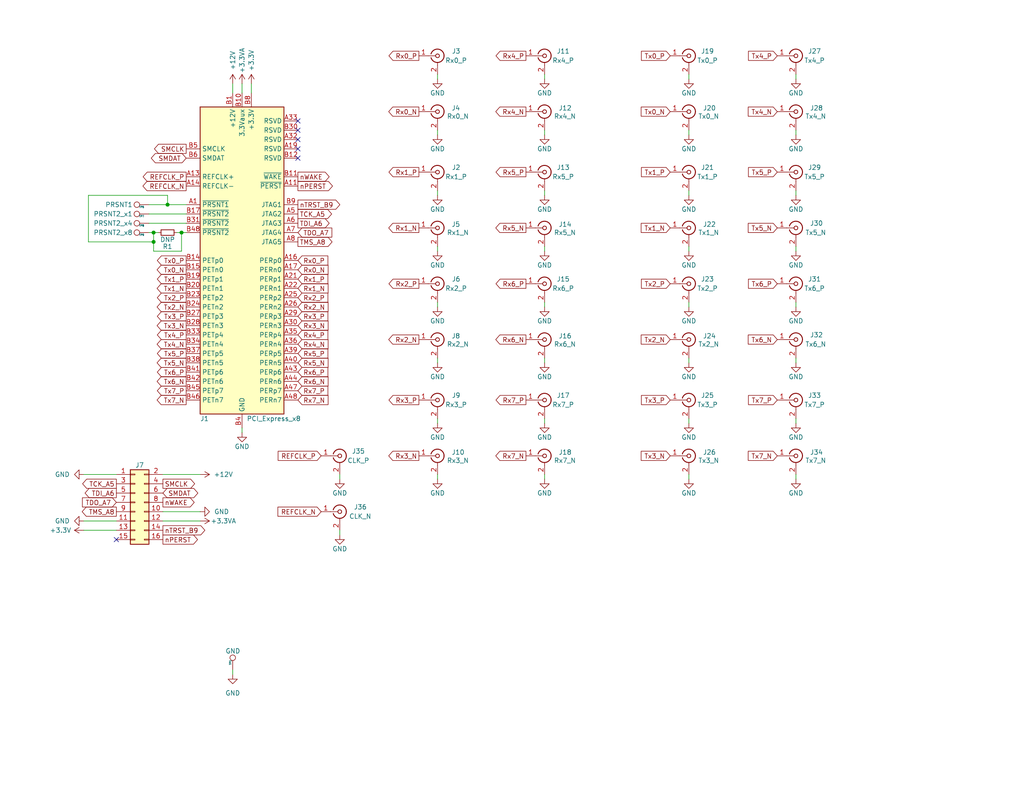
<source format=kicad_sch>
(kicad_sch (version 20230121) (generator eeschema)
  (paper "USLetter")
  (title_block (title "PCI-Express x8 Breakout") (rev "A") (company "mwrnd") (comment 1 "github.com/mwrnd/PCIe_x8_Breakout") (comment 2 "OpenCAPI FPGA Add-In Card Compatible"))
  (lib_symbols
    (symbol "Connector:Bus_PCI_Express_x8"
      (property "Reference" "J1" (at -11.43 -43.18 0))
      (property "Value" "PCI_Express_x8" (at 1.27 -43.18 0))
      (symbol "Bus_PCI_Express_x8_0_1"
        (rectangle (start -11.43 41.91) (end 11.43 -41.91) (stroke (width 0.254)) (fill (type background)))
      )
      (symbol "Bus_PCI_Express_x8_1_1"
        (pin passive line (at -15.24 15.24 0) (length 3.81) (name "~{PRSNT1}") (number "A1"))
        (pin passive line (at 2.54 45.72 270) (length 3.81) hide (name "+3.3V") (number "A10"))
        (pin input line (at 15.24 20.32 180) (length 3.81) (name "~{PERST}") (number "A11"))
        (pin passive line (at 0 -45.72 90) (length 3.81) hide (name "GND") (number "A12"))
        (pin input line (at -15.24 22.86 0) (length 3.81) (name "REFCLK+") (number "A13"))
        (pin input line (at -15.24 20.32 0) (length 3.81) (name "REFCLK-") (number "A14"))
        (pin passive line (at 0 -45.72 90) (length 3.81) hide (name "GND") (number "A15"))
        (pin output line (at 15.24 0 180) (length 3.81) (name "PERp0") (number "A16"))
        (pin output line (at 15.24 -2.54 180) (length 3.81) (name "PERn0") (number "A17"))
        (pin passive line (at 0 -45.72 90) (length 3.81) hide (name "GND") (number "A18"))
        (pin passive line (at 15.24 30.48 180) (length 3.81) (name "RSVD") (number "A19"))
        (pin passive line (at -2.54 45.72 270) (length 3.81) hide (name "+12V") (number "A2"))
        (pin passive line (at 0 -45.72 90) (length 3.81) hide (name "GND") (number "A20"))
        (pin output line (at 15.24 -5.08 180) (length 3.81) (name "PERp1") (number "A21"))
        (pin output line (at 15.24 -7.62 180) (length 3.81) (name "PERn1") (number "A22"))
        (pin passive line (at 0 -45.72 90) (length 3.81) hide (name "GND") (number "A23"))
        (pin passive line (at 0 -45.72 90) (length 3.81) hide (name "GND") (number "A24"))
        (pin output line (at 15.24 -10.16 180) (length 3.81) (name "PERp2") (number "A25"))
        (pin output line (at 15.24 -12.7 180) (length 3.81) (name "PERn2") (number "A26"))
        (pin passive line (at 0 -45.72 90) (length 3.81) hide (name "GND") (number "A27"))
        (pin passive line (at 0 -45.72 90) (length 3.81) hide (name "GND") (number "A28"))
        (pin output line (at 15.24 -15.24 180) (length 3.81) (name "PERp3") (number "A29"))
        (pin passive line (at -2.54 45.72 270) (length 3.81) hide (name "+12V") (number "A3"))
        (pin output line (at 15.24 -17.78 180) (length 3.81) (name "PERn3") (number "A30"))
        (pin passive line (at 0 -45.72 90) (length 3.81) hide (name "GND") (number "A31"))
        (pin passive line (at 15.24 33.02 180) (length 3.81) (name "RSVD") (number "A32"))
        (pin passive line (at 15.24 38.1 180) (length 3.81) (name "RSVD") (number "A33"))
        (pin passive line (at 0 -45.72 90) (length 3.81) hide (name "GND") (number "A34"))
        (pin output line (at 15.24 -20.32 180) (length 3.81) (name "PERp4") (number "A35"))
        (pin output line (at 15.24 -22.86 180) (length 3.81) (name "PERn4") (number "A36"))
        (pin passive line (at 0 -45.72 90) (length 3.81) hide (name "GND") (number "A37"))
        (pin passive line (at 0 -45.72 90) (length 3.81) hide (name "GND") (number "A38"))
        (pin output line (at 15.24 -25.4 180) (length 3.81) (name "PERp5") (number "A39"))
        (pin passive line (at 0 -45.72 90) (length 3.81) hide (name "GND") (number "A4"))
        (pin output line (at 15.24 -27.94 180) (length 3.81) (name "PERn5") (number "A40"))
        (pin passive line (at 0 -45.72 90) (length 3.81) hide (name "GND") (number "A41"))
        (pin passive line (at 0 -45.72 90) (length 3.81) hide (name "GND") (number "A42"))
        (pin output line (at 15.24 -30.48 180) (length 3.81) (name "PERp6") (number "A43"))
        (pin output line (at 15.24 -33.02 180) (length 3.81) (name "PERn6") (number "A44"))
        (pin passive line (at 0 -45.72 90) (length 3.81) hide (name "GND") (number "A45"))
        (pin passive line (at 0 -45.72 90) (length 3.81) hide (name "GND") (number "A46"))
        (pin output line (at 15.24 -35.56 180) (length 3.81) (name "PERp7") (number "A47"))
        (pin output line (at 15.24 -38.1 180) (length 3.81) (name "PERn7") (number "A48"))
        (pin passive line (at 0 -45.72 90) (length 3.81) hide (name "GND") (number "A49"))
        (pin input line (at 15.24 12.7 180) (length 3.81) (name "JTAG2") (number "A5"))
        (pin input line (at 15.24 10.16 180) (length 3.81) (name "JTAG3") (number "A6"))
        (pin output line (at 15.24 7.62 180) (length 3.81) (name "JTAG4") (number "A7"))
        (pin input line (at 15.24 5.08 180) (length 3.81) (name "JTAG5") (number "A8"))
        (pin passive line (at 2.54 45.72 270) (length 3.81) hide (name "+3.3V") (number "A9"))
        (pin power_in line (at -2.54 45.72 270) (length 3.81) (name "+12V") (number "B1"))
        (pin power_in line (at 0 45.72 270) (length 3.81) (name "3.3Vaux") (number "B10"))
        (pin open_collector line (at 15.24 22.86 180) (length 3.81) (name "~{WAKE}") (number "B11"))
        (pin passive line (at 15.24 27.94 180) (length 3.81) (name "RSVD") (number "B12"))
        (pin passive line (at 0 -45.72 90) (length 3.81) hide (name "GND") (number "B13"))
        (pin input line (at -15.24 0 0) (length 3.81) (name "PETp0") (number "B14"))
        (pin input line (at -15.24 -2.54 0) (length 3.81) (name "PETn0") (number "B15"))
        (pin passive line (at 0 -45.72 90) (length 3.81) hide (name "GND") (number "B16"))
        (pin passive line (at -15.24 12.7 0) (length 3.81) (name "~{PRSNT2}") (number "B17"))
        (pin passive line (at 0 -45.72 90) (length 3.81) hide (name "GND") (number "B18"))
        (pin input line (at -15.24 -5.08 0) (length 3.81) (name "PETp1") (number "B19"))
        (pin passive line (at -2.54 45.72 270) (length 3.81) hide (name "+12V") (number "B2"))
        (pin input line (at -15.24 -7.62 0) (length 3.81) (name "PETn1") (number "B20"))
        (pin passive line (at 0 -45.72 90) (length 3.81) hide (name "GND") (number "B21"))
        (pin passive line (at 0 -45.72 90) (length 3.81) hide (name "GND") (number "B22"))
        (pin input line (at -15.24 -10.16 0) (length 3.81) (name "PETp2") (number "B23"))
        (pin input line (at -15.24 -12.7 0) (length 3.81) (name "PETn2") (number "B24"))
        (pin passive line (at 0 -45.72 90) (length 3.81) hide (name "GND") (number "B25"))
        (pin passive line (at 0 -45.72 90) (length 3.81) hide (name "GND") (number "B26"))
        (pin input line (at -15.24 -15.24 0) (length 3.81) (name "PETp3") (number "B27"))
        (pin input line (at -15.24 -17.78 0) (length 3.81) (name "PETn3") (number "B28"))
        (pin passive line (at 0 -45.72 90) (length 3.81) hide (name "GND") (number "B29"))
        (pin passive line (at -2.54 45.72 270) (length 3.81) hide (name "+12V") (number "B3"))
        (pin passive line (at 15.24 35.56 180) (length 3.81) (name "RSVD") (number "B30"))
        (pin passive line (at -15.24 10.16 0) (length 3.81) (name "~{PRSNT2}") (number "B31"))
        (pin passive line (at 0 -45.72 90) (length 3.81) hide (name "GND") (number "B32"))
        (pin input line (at -15.24 -20.32 0) (length 3.81) (name "PETp4") (number "B33"))
        (pin input line (at -15.24 -22.86 0) (length 3.81) (name "PETn4") (number "B34"))
        (pin passive line (at 0 -45.72 90) (length 3.81) hide (name "GND") (number "B35"))
        (pin passive line (at 0 -45.72 90) (length 3.81) hide (name "GND") (number "B36"))
        (pin input line (at -15.24 -25.4 0) (length 3.81) (name "PETp5") (number "B37"))
        (pin input line (at -15.24 -27.94 0) (length 3.81) (name "PETn5") (number "B38"))
        (pin passive line (at 0 -45.72 90) (length 3.81) hide (name "GND") (number "B39"))
        (pin power_out line (at 0 -45.72 90) (length 3.81) (name "GND") (number "B4"))
        (pin passive line (at 0 -45.72 90) (length 3.81) hide (name "GND") (number "B40"))
        (pin input line (at -15.24 -30.48 0) (length 3.81) (name "PETp6") (number "B41"))
        (pin input line (at -15.24 -33.02 0) (length 3.81) (name "PETn6") (number "B42"))
        (pin passive line (at 0 -45.72 90) (length 3.81) hide (name "GND") (number "B43"))
        (pin passive line (at 0 -45.72 90) (length 3.81) hide (name "GND") (number "B44"))
        (pin input line (at -15.24 -35.56 0) (length 3.81) (name "PETp7") (number "B45"))
        (pin input line (at -15.24 -38.1 0) (length 3.81) (name "PETn7") (number "B46"))
        (pin passive line (at 0 -45.72 90) (length 3.81) hide (name "GND") (number "B47"))
        (pin passive line (at -15.24 7.62 0) (length 3.81) (name "~{PRSNT2}") (number "B48"))
        (pin passive line (at 0 -45.72 90) (length 3.81) hide (name "GND") (number "B49"))
        (pin input line (at -15.24 30.48 0) (length 3.81) (name "SMCLK") (number "B5"))
        (pin bidirectional line (at -15.24 27.94 0) (length 3.81) (name "SMDAT") (number "B6"))
        (pin passive line (at 0 -45.72 90) (length 3.81) hide (name "GND") (number "B7"))
        (pin power_out line (at 2.54 45.72 270) (length 3.81) (name "+3.3V") (number "B8"))
        (pin input line (at 15.24 15.24 180) (length 3.81) (name "JTAG1") (number "B9"))
      )
    )
    (symbol "Connector:Conn_Coaxial" (pin_names (offset 1.016) hide)
      (property "Reference" "J" (at 0.254 3.048 0))
      (property "Value" "Conn_Coaxial" (at 2.921 0 90))
      (symbol "Conn_Coaxial_0_1"
        (arc (start -1.778 -0.508) (mid 0.2311 -1.8066) (end 1.778 0) (stroke (width 0.254)))
        (polyline (pts (xy -2.54 0) (xy -0.508 0)))
        (polyline (pts (xy 0 -2.54) (xy 0 -1.778)))
        (circle (center 0 0) (radius 0.508) (stroke (width 0.2032)))
        (arc (start 1.778 0) (mid 0.2099 1.8101) (end -1.778 0.508) (stroke (width 0.254)))
      )
      (symbol "Conn_Coaxial_1_1"
        (pin passive line (at -5.08 0 0) (length 2.54) (name "In") (number "1"))
        (pin passive line (at 0 -5.08 90) (length 2.54) (name "Ext") (number "2"))
      )
    )
    (symbol "Connector:TestPoint" (pin_numbers hide) (pin_names (offset 0.762) hide)
      (property "Reference" "TP" (at 0 6.858 0))
      (property "Value" "TestPoint" (at 0 5.08 0))
      (symbol "TestPoint_0_1"
        (circle (center 0 3.302) (radius 0.762))
      )
      (symbol "TestPoint_1_1"
        (pin passive line (at 0 0 90) (length 2.54) (name "1") (number "1"))
      )
    )
    (symbol "Connector_Generic:Conn_02x08_Odd_Even" (pin_names (offset 1.016) hide)
      (property "Reference" "J" (at 1.27 10.16 0))
      (property "Value" "Conn_02x08_Odd_Even" (at 1.27 -12.7 0))
      (symbol "Conn_02x08_Odd_Even_1_1"
        (rectangle (start -1.27 -10.033) (end 0 -10.287) (stroke (width 0.1524)))
        (rectangle (start -1.27 -7.493) (end 0 -7.747) (stroke (width 0.1524)))
        (rectangle (start -1.27 -4.953) (end 0 -5.207) (stroke (width 0.1524)))
        (rectangle (start -1.27 -2.413) (end 0 -2.667) (stroke (width 0.1524)))
        (rectangle (start -1.27 0.127) (end 0 -0.127) (stroke (width 0.1524)))
        (rectangle (start -1.27 2.667) (end 0 2.413) (stroke (width 0.1524)))
        (rectangle (start -1.27 5.207) (end 0 4.953) (stroke (width 0.1524)))
        (rectangle (start -1.27 7.747) (end 0 7.493) (stroke (width 0.1524)))
        (rectangle (start -1.27 8.89) (end 3.81 -11.43) (stroke (width 0.254)) (fill (type background)))
        (rectangle (start 3.81 -10.033) (end 2.54 -10.287) (stroke (width 0.1524)))
        (rectangle (start 3.81 -7.493) (end 2.54 -7.747) (stroke (width 0.1524)))
        (rectangle (start 3.81 -4.953) (end 2.54 -5.207) (stroke (width 0.1524)))
        (rectangle (start 3.81 -2.413) (end 2.54 -2.667) (stroke (width 0.1524)))
        (rectangle (start 3.81 0.127) (end 2.54 -0.127) (stroke (width 0.1524)))
        (rectangle (start 3.81 2.667) (end 2.54 2.413) (stroke (width 0.1524)))
        (rectangle (start 3.81 5.207) (end 2.54 4.953) (stroke (width 0.1524)))
        (rectangle (start 3.81 7.747) (end 2.54 7.493) (stroke (width 0.1524)))
        (pin passive line (at -5.08 7.62 0) (length 3.81) (name "Pin_1") (number "1"))
        (pin passive line (at 7.62 -2.54 180) (length 3.81) (name "Pin_10") (number "10"))
        (pin passive line (at -5.08 -5.08 0) (length 3.81) (name "Pin_11") (number "11"))
        (pin passive line (at 7.62 -5.08 180) (length 3.81) (name "Pin_12") (number "12"))
        (pin passive line (at -5.08 -7.62 0) (length 3.81) (name "Pin_13") (number "13"))
        (pin passive line (at 7.62 -7.62 180) (length 3.81) (name "Pin_14") (number "14"))
        (pin passive line (at -5.08 -10.16 0) (length 3.81) (name "Pin_15") (number "15"))
        (pin passive line (at 7.62 -10.16 180) (length 3.81) (name "Pin_16") (number "16"))
        (pin passive line (at 7.62 7.62 180) (length 3.81) (name "Pin_2") (number "2"))
        (pin passive line (at -5.08 5.08 0) (length 3.81) (name "Pin_3") (number "3"))
        (pin passive line (at 7.62 5.08 180) (length 3.81) (name "Pin_4") (number "4"))
        (pin passive line (at -5.08 2.54 0) (length 3.81) (name "Pin_5") (number "5"))
        (pin passive line (at 7.62 2.54 180) (length 3.81) (name "Pin_6") (number "6"))
        (pin passive line (at -5.08 0 0) (length 3.81) (name "Pin_7") (number "7"))
        (pin passive line (at 7.62 0 180) (length 3.81) (name "Pin_8") (number "8"))
        (pin passive line (at -5.08 -2.54 0) (length 3.81) (name "Pin_9") (number "9"))
      )
    )
    (symbol "Device:R_Small" (pin_numbers hide) (pin_names (offset 0.254) hide)
      (property "Reference" "R" (at 0.762 0.508 0))
      (property "Value" "R_Small" (at 0.762 -1.016 0))
      (symbol "R_Small_0_1"
        (rectangle (start -0.762 1.778) (end 0.762 -1.778) (stroke (width 0.2032)))
      )
      (symbol "R_Small_1_1"
        (pin passive line (at 0 2.54 270) (length 0.762) (name "~") (number "1"))
        (pin passive line (at 0 -2.54 90) (length 0.762) (name "~") (number "2"))
      )
    )
    (symbol "power:+12V" (power) (pin_names (offset 0))
      (property "Value" "+12V" (at 0 3.556 0))
      (symbol "+12V_0_1"
        (polyline (pts (xy -0.762 1.27) (xy 0 2.54)))
        (polyline (pts (xy 0 0) (xy 0 2.54)))
        (polyline (pts (xy 0 2.54) (xy 0.762 1.27)))
      )
      (symbol "+12V_1_1"
        (pin power_in line (at 0 0 90) (length 0) hide (name "+12V") (number "1"))
      )
    )
    (symbol "power:+3.3V" (power) (pin_names (offset 0))
      (property "Value" "+3.3V" (at 0 3.556 0))
      (symbol "+3.3V_0_1"
        (polyline (pts (xy -0.762 1.27) (xy 0 2.54)))
        (polyline (pts (xy 0 0) (xy 0 2.54)))
        (polyline (pts (xy 0 2.54) (xy 0.762 1.27)))
      )
      (symbol "+3.3V_1_1"
        (pin power_in line (at 0 0 90) (length 0) hide (name "+3.3V") (number "1"))
      )
    )
    (symbol "power:+3.3VA" (power) (pin_names (offset 0))
      (property "Value" "+3.3VA" (at 0 3.556 0))
      (symbol "+3.3VA_0_1"
        (polyline (pts (xy -0.762 1.27) (xy 0 2.54)))
        (polyline (pts (xy 0 0) (xy 0 2.54)))
        (polyline (pts (xy 0 2.54) (xy 0.762 1.27)))
      )
      (symbol "+3.3VA_1_1"
        (pin power_in line (at 0 0 90) (length 0) hide (name "+3.3VA") (number "1"))
      )
    )
    (symbol "power:GND" (power) (pin_names (offset 0))
      (property "Value" "GND" (at 0 -3.81 0))
      (symbol "GND_0_1"
        (polyline (pts (xy 0 0) (xy 0 -1.27) (xy 1.27 -1.27) (xy 0 -2.54) (xy -1.27 -1.27) (xy 0 -1.27)))
      )
      (symbol "GND_1_1"
        (pin power_in line (at 0 0 270) (length 0) hide (name "GND") (number "1"))
      )
    )
  )
  (junction (at 45.72 55.88))
  (junction (at 41.91 66.04))
  (junction (at 41.91 63.5))
  (junction (at 49.53 63.5))
  (no_connect (at 81.28 40.64))
  (no_connect (at 81.28 43.18))
  (no_connect (at 81.28 35.56))
  (no_connect (at 81.28 38.1))
  (no_connect (at 31.75 147.32))
  (no_connect (at 81.28 33.02))
  (wire (pts (xy 44.45 139.7) (xy 54.61 139.7)))
  (wire (pts (xy 187.96 20.32) (xy 187.96 21.59)))
  (wire (pts (xy 41.91 68.58) (xy 49.53 68.58)))
  (wire (pts (xy 44.45 129.54) (xy 54.61 129.54)))
  (wire (pts (xy 187.96 114.3) (xy 187.96 115.57)))
  (wire (pts (xy 40.64 60.96) (xy 50.8 60.96)))
  (wire (pts (xy 119.38 67.31) (xy 119.38 68.58)))
  (wire (pts (xy 119.38 129.54) (xy 119.38 130.81)))
  (wire (pts (xy 119.38 114.3) (xy 119.38 115.57)))
  (wire (pts (xy 119.38 20.32) (xy 119.38 21.59)))
  (wire (pts (xy 148.59 97.79) (xy 148.59 99.06)))
  (wire (pts (xy 92.71 144.78) (xy 92.71 146.05)))
  (wire (pts (xy 40.64 63.5) (xy 41.91 63.5)))
  (wire (pts (xy 148.59 67.31) (xy 148.59 68.58)))
  (wire (pts (xy 63.5 22.86) (xy 63.5 25.4)))
  (wire (pts (xy 217.17 20.32) (xy 217.17 21.59)))
  (wire (pts (xy 41.91 63.5) (xy 41.91 66.04)))
  (wire (pts (xy 119.38 35.56) (xy 119.38 36.83)))
  (wire (pts (xy 148.59 35.56) (xy 148.59 36.83)))
  (wire (pts (xy 44.45 142.24) (xy 54.61 142.24)))
  (wire (pts (xy 41.91 66.04) (xy 41.91 68.58)))
  (wire (pts (xy 45.72 55.88) (xy 50.8 55.88)))
  (wire (pts (xy 187.96 67.31) (xy 187.96 68.58)))
  (wire (pts (xy 217.17 82.55) (xy 217.17 83.82)))
  (wire (pts (xy 24.13 53.34) (xy 24.13 66.04)))
  (wire (pts (xy 187.96 82.55) (xy 187.96 83.82)))
  (wire (pts (xy 48.26 63.5) (xy 49.53 63.5)))
  (wire (pts (xy 68.58 22.86) (xy 68.58 25.4)))
  (wire (pts (xy 217.17 97.79) (xy 217.17 99.06)))
  (wire (pts (xy 22.86 144.78) (xy 31.75 144.78)))
  (wire (pts (xy 22.86 142.24) (xy 31.75 142.24)))
  (wire (pts (xy 119.38 82.55) (xy 119.38 83.82)))
  (wire (pts (xy 217.17 129.54) (xy 217.17 130.81)))
  (wire (pts (xy 187.96 35.56) (xy 187.96 36.83)))
  (wire (pts (xy 66.04 22.86) (xy 66.04 25.4)))
  (wire (pts (xy 217.17 52.07) (xy 217.17 53.34)))
  (wire (pts (xy 92.71 129.54) (xy 92.71 130.81)))
  (wire (pts (xy 40.64 58.42) (xy 50.8 58.42)))
  (wire (pts (xy 217.17 114.3) (xy 217.17 115.57)))
  (wire (pts (xy 40.64 55.88) (xy 45.72 55.88)))
  (wire (pts (xy 66.04 116.84) (xy 66.04 118.11)))
  (wire (pts (xy 22.86 129.54) (xy 31.75 129.54)))
  (wire (pts (xy 187.96 52.07) (xy 187.96 53.34)))
  (wire (pts (xy 187.96 129.54) (xy 187.96 130.81)))
  (wire (pts (xy 217.17 35.56) (xy 217.17 36.83)))
  (wire (pts (xy 49.53 63.5) (xy 50.8 63.5)))
  (wire (pts (xy 24.13 66.04) (xy 41.91 66.04)))
  (wire (pts (xy 41.91 63.5) (xy 43.18 63.5)))
  (wire (pts (xy 45.72 55.88) (xy 45.72 53.34)))
  (wire (pts (xy 63.5 182.88) (xy 63.5 184.15)))
  (wire (pts (xy 217.17 67.31) (xy 217.17 68.58)))
  (wire (pts (xy 45.72 53.34) (xy 24.13 53.34)))
  (wire (pts (xy 148.59 20.32) (xy 148.59 21.59)))
  (wire (pts (xy 148.59 114.3) (xy 148.59 115.57)))
  (wire (pts (xy 119.38 97.79) (xy 119.38 99.06)))
  (wire (pts (xy 119.38 52.07) (xy 119.38 53.34)))
  (wire (pts (xy 148.59 82.55) (xy 148.59 83.82)))
  (wire (pts (xy 187.96 97.79) (xy 187.96 99.06)))
  (wire (pts (xy 49.53 68.58) (xy 49.53 63.5)))
  (wire (pts (xy 148.59 52.07) (xy 148.59 53.34)))
  (wire (pts (xy 148.59 129.54) (xy 148.59 130.81)))
  (global_label "Rx7_N" (shape input) (at 81.28 109.22 0) (property "Intersheetrefs" "${INTERSHEET_REFS}" (effects hide)))
  (global_label "Rx3_P" (shape output) (at 114.3 109.22 180) (property "Intersheetrefs" "${INTERSHEET_REFS}" (effects hide)))
  (global_label "Rx2_P" (shape input) (at 81.28 81.28 0) (property "Intersheetrefs" "${INTERSHEET_REFS}" (effects hide)))
  (global_label "Rx1_P" (shape output) (at 114.3 46.99 180) (property "Intersheetrefs" "${INTERSHEET_REFS}" (effects hide)))
  (global_label "Rx0_N" (shape output) (at 114.3 30.48 180) (property "Intersheetrefs" "${INTERSHEET_REFS}" (effects hide)))
  (global_label "Rx1_P" (shape input) (at 81.28 76.2 0) (property "Intersheetrefs" "${INTERSHEET_REFS}" (effects hide)))
  (global_label "Rx6_P" (shape output) (at 143.51 77.47 180) (property "Intersheetrefs" "${INTERSHEET_REFS}" (effects hide)))
  (global_label "Tx7_P" (shape output) (at 50.8 106.68 180) (property "Intersheetrefs" "${INTERSHEET_REFS}" (effects hide)))
  (global_label "Tx1_P" (shape output) (at 50.8 76.2 180) (property "Intersheetrefs" "${INTERSHEET_REFS}" (effects hide)))
  (global_label "SMCLK" (shape output) (at 50.8 40.64 180) (property "Intersheetrefs" "${INTERSHEET_REFS}" (effects hide)))
  (global_label "Rx0_N" (shape input) (at 81.28 73.66 0) (property "Intersheetrefs" "${INTERSHEET_REFS}" (effects hide)))
  (global_label "Rx3_N" (shape output) (at 114.3 124.46 180) (property "Intersheetrefs" "${INTERSHEET_REFS}" (effects hide)))
  (global_label "nWAKE" (shape output) (at 44.45 137.16 0) (property "Intersheetrefs" "${INTERSHEET_REFS}" (effects hide)))
  (global_label "Rx2_N" (shape input) (at 81.28 83.82 0) (property "Intersheetrefs" "${INTERSHEET_REFS}" (effects hide)))
  (global_label "SMDAT" (shape bidirectional) (at 50.8 43.18 180) (property "Intersheetrefs" "${INTERSHEET_REFS}" (effects hide)))
  (global_label "Tx7_N" (shape input) (at 212.09 124.46 180) (property "Intersheetrefs" "${INTERSHEET_REFS}" (effects hide)))
  (global_label "Tx3_N" (shape input) (at 182.88 124.46 180) (property "Intersheetrefs" "${INTERSHEET_REFS}" (effects hide)))
  (global_label "Tx5_P" (shape output) (at 50.8 96.52 180) (property "Intersheetrefs" "${INTERSHEET_REFS}" (effects hide)))
  (global_label "TDO_A7" (shape input) (at 31.75 137.16 180) (property "Intersheetrefs" "${INTERSHEET_REFS}" (effects hide)))
  (global_label "TCK_A5" (shape output) (at 81.28 58.42 0) (property "Intersheetrefs" "${INTERSHEET_REFS}" (effects hide)))
  (global_label "Tx4_P" (shape output) (at 50.8 91.44 180) (property "Intersheetrefs" "${INTERSHEET_REFS}" (effects hide)))
  (global_label "Rx1_N" (shape input) (at 81.28 78.74 0) (property "Intersheetrefs" "${INTERSHEET_REFS}" (effects hide)))
  (global_label "Rx2_N" (shape output) (at 114.3 92.71 180) (property "Intersheetrefs" "${INTERSHEET_REFS}" (effects hide)))
  (global_label "Tx6_N" (shape output) (at 50.8 104.14 180) (property "Intersheetrefs" "${INTERSHEET_REFS}" (effects hide)))
  (global_label "Tx3_P" (shape output) (at 50.8 86.36 180) (property "Intersheetrefs" "${INTERSHEET_REFS}" (effects hide)))
  (global_label "Rx7_P" (shape output) (at 143.51 109.22 180) (property "Intersheetrefs" "${INTERSHEET_REFS}" (effects hide)))
  (global_label "nTRST_B9" (shape output) (at 44.45 144.78 0) (property "Intersheetrefs" "${INTERSHEET_REFS}" (effects hide)))
  (global_label "nTRST_B9" (shape output) (at 81.28 55.88 0) (property "Intersheetrefs" "${INTERSHEET_REFS}" (effects hide)))
  (global_label "Rx5_P" (shape input) (at 81.28 96.52 0) (property "Intersheetrefs" "${INTERSHEET_REFS}" (effects hide)))
  (global_label "SMDAT" (shape bidirectional) (at 44.45 134.62 0) (property "Intersheetrefs" "${INTERSHEET_REFS}" (effects hide)))
  (global_label "Tx0_P" (shape input) (at 182.88 15.24 180) (property "Intersheetrefs" "${INTERSHEET_REFS}" (effects hide)))
  (global_label "Rx5_N" (shape output) (at 143.51 62.23 180) (property "Intersheetrefs" "${INTERSHEET_REFS}" (effects hide)))
  (global_label "TDI_A6" (shape output) (at 81.28 60.96 0) (property "Intersheetrefs" "${INTERSHEET_REFS}" (effects hide)))
  (global_label "nPERST" (shape output) (at 81.28 50.8 0) (property "Intersheetrefs" "${INTERSHEET_REFS}" (effects hide)))
  (global_label "TDO_A7" (shape input) (at 81.28 63.5 0) (property "Intersheetrefs" "${INTERSHEET_REFS}" (effects hide)))
  (global_label "Tx1_N" (shape input) (at 182.88 62.23 180) (property "Intersheetrefs" "${INTERSHEET_REFS}" (effects hide)))
  (global_label "TMS_A8" (shape output) (at 31.75 139.7 180) (property "Intersheetrefs" "${INTERSHEET_REFS}" (effects hide)))
  (global_label "REFCLK_P" (shape input) (at 87.63 124.46 180) (property "Intersheetrefs" "${INTERSHEET_REFS}" (effects hide)))
  (global_label "Rx6_N" (shape input) (at 81.28 104.14 0) (property "Intersheetrefs" "${INTERSHEET_REFS}" (effects hide)))
  (global_label "nPERST" (shape output) (at 44.45 147.32 0) (property "Intersheetrefs" "${INTERSHEET_REFS}" (effects hide)))
  (global_label "Tx5_N" (shape input) (at 212.09 62.23 180) (property "Intersheetrefs" "${INTERSHEET_REFS}" (effects hide)))
  (global_label "Tx4_N" (shape output) (at 50.8 93.98 180) (property "Intersheetrefs" "${INTERSHEET_REFS}" (effects hide)))
  (global_label "Tx4_N" (shape input) (at 212.09 30.48 180) (property "Intersheetrefs" "${INTERSHEET_REFS}" (effects hide)))
  (global_label "Rx6_N" (shape output) (at 143.51 92.71 180) (property "Intersheetrefs" "${INTERSHEET_REFS}" (effects hide)))
  (global_label "Rx2_P" (shape output) (at 114.3 77.47 180) (property "Intersheetrefs" "${INTERSHEET_REFS}" (effects hide)))
  (global_label "Rx5_N" (shape input) (at 81.28 99.06 0) (property "Intersheetrefs" "${INTERSHEET_REFS}" (effects hide)))
  (global_label "Rx0_P" (shape input) (at 81.28 71.12 0) (property "Intersheetrefs" "${INTERSHEET_REFS}" (effects hide)))
  (global_label "TCK_A5" (shape output) (at 31.75 132.08 180) (property "Intersheetrefs" "${INTERSHEET_REFS}" (effects hide)))
  (global_label "Tx2_P" (shape output) (at 50.8 81.28 180) (property "Intersheetrefs" "${INTERSHEET_REFS}" (effects hide)))
  (global_label "Rx4_N" (shape output) (at 143.51 30.48 180) (property "Intersheetrefs" "${INTERSHEET_REFS}" (effects hide)))
  (global_label "Tx1_P" (shape input) (at 182.88 46.99 180) (property "Intersheetrefs" "${INTERSHEET_REFS}" (effects hide)))
  (global_label "TMS_A8" (shape output) (at 81.28 66.04 0) (property "Intersheetrefs" "${INTERSHEET_REFS}" (effects hide)))
  (global_label "Tx6_P" (shape output) (at 50.8 101.6 180) (property "Intersheetrefs" "${INTERSHEET_REFS}" (effects hide)))
  (global_label "Rx7_N" (shape output) (at 143.51 124.46 180) (property "Intersheetrefs" "${INTERSHEET_REFS}" (effects hide)))
  (global_label "Tx2_N" (shape output) (at 50.8 83.82 180) (property "Intersheetrefs" "${INTERSHEET_REFS}" (effects hide)))
  (global_label "REFCLK_P" (shape output) (at 50.8 48.26 180) (property "Intersheetrefs" "${INTERSHEET_REFS}" (effects hide)))
  (global_label "Tx0_P" (shape output) (at 50.8 71.12 180) (property "Intersheetrefs" "${INTERSHEET_REFS}" (effects hide)))
  (global_label "Tx3_P" (shape input) (at 182.88 109.22 180) (property "Intersheetrefs" "${INTERSHEET_REFS}" (effects hide)))
  (global_label "Tx1_N" (shape output) (at 50.8 78.74 180) (property "Intersheetrefs" "${INTERSHEET_REFS}" (effects hide)))
  (global_label "Rx7_P" (shape input) (at 81.28 106.68 0) (property "Intersheetrefs" "${INTERSHEET_REFS}" (effects hide)))
  (global_label "Rx3_P" (shape input) (at 81.28 86.36 0) (property "Intersheetrefs" "${INTERSHEET_REFS}" (effects hide)))
  (global_label "Rx4_P" (shape output) (at 143.51 15.24 180) (property "Intersheetrefs" "${INTERSHEET_REFS}" (effects hide)))
  (global_label "Tx4_P" (shape input) (at 212.09 15.24 180) (property "Intersheetrefs" "${INTERSHEET_REFS}" (effects hide)))
  (global_label "Tx7_P" (shape input) (at 212.09 109.22 180) (property "Intersheetrefs" "${INTERSHEET_REFS}" (effects hide)))
  (global_label "nWAKE" (shape output) (at 81.28 48.26 0) (property "Intersheetrefs" "${INTERSHEET_REFS}" (effects hide)))
  (global_label "TDI_A6" (shape output) (at 31.75 134.62 180) (property "Intersheetrefs" "${INTERSHEET_REFS}" (effects hide)))
  (global_label "Tx2_P" (shape input) (at 182.88 77.47 180) (property "Intersheetrefs" "${INTERSHEET_REFS}" (effects hide)))
  (global_label "Rx1_N" (shape output) (at 114.3 62.23 180) (property "Intersheetrefs" "${INTERSHEET_REFS}" (effects hide)))
  (global_label "Tx7_N" (shape output) (at 50.8 109.22 180) (property "Intersheetrefs" "${INTERSHEET_REFS}" (effects hide)))
  (global_label "Rx3_N" (shape input) (at 81.28 88.9 0) (property "Intersheetrefs" "${INTERSHEET_REFS}" (effects hide)))
  (global_label "Tx0_N" (shape input) (at 182.88 30.48 180) (property "Intersheetrefs" "${INTERSHEET_REFS}" (effects hide)))
  (global_label "Rx5_P" (shape output) (at 143.51 46.99 180) (property "Intersheetrefs" "${INTERSHEET_REFS}" (effects hide)))
  (global_label "Tx6_N" (shape input) (at 212.09 92.71 180) (property "Intersheetrefs" "${INTERSHEET_REFS}" (effects hide)))
  (global_label "Tx5_P" (shape input) (at 212.09 46.99 180) (property "Intersheetrefs" "${INTERSHEET_REFS}" (effects hide)))
  (global_label "Rx0_P" (shape output) (at 114.3 15.24 180) (property "Intersheetrefs" "${INTERSHEET_REFS}" (effects hide)))
  (global_label "Tx2_N" (shape input) (at 182.88 92.71 180) (property "Intersheetrefs" "${INTERSHEET_REFS}" (effects hide)))
  (global_label "Rx4_N" (shape input) (at 81.28 93.98 0) (property "Intersheetrefs" "${INTERSHEET_REFS}" (effects hide)))
  (global_label "REFCLK_N" (shape input) (at 87.63 139.7 180) (property "Intersheetrefs" "${INTERSHEET_REFS}" (effects hide)))
  (global_label "Rx6_P" (shape input) (at 81.28 101.6 0) (property "Intersheetrefs" "${INTERSHEET_REFS}" (effects hide)))
  (global_label "SMCLK" (shape output) (at 44.45 132.08 0) (property "Intersheetrefs" "${INTERSHEET_REFS}" (effects hide)))
  (global_label "Tx6_P" (shape input) (at 212.09 77.47 180) (property "Intersheetrefs" "${INTERSHEET_REFS}" (effects hide)))
  (global_label "Tx0_N" (shape output) (at 50.8 73.66 180) (property "Intersheetrefs" "${INTERSHEET_REFS}" (effects hide)))
  (global_label "Tx3_N" (shape output) (at 50.8 88.9 180) (property "Intersheetrefs" "${INTERSHEET_REFS}" (effects hide)))
  (global_label "REFCLK_N" (shape output) (at 50.8 50.8 180) (property "Intersheetrefs" "${INTERSHEET_REFS}" (effects hide)))
  (global_label "Rx4_P" (shape input) (at 81.28 91.44 0) (property "Intersheetrefs" "${INTERSHEET_REFS}" (effects hide)))
  (global_label "Tx5_N" (shape output) (at 50.8 99.06 180) (property "Intersheetrefs" "${INTERSHEET_REFS}" (effects hide)))
  (symbol (lib_id "power:GND") (at 187.96 130.81 0) (unit 1)
    (property "Reference" "#PWR027" (effects hide))
    (property "Value" "GND" (at 187.96 134.62 0))
  )
  (symbol (lib_id "Connector:Conn_Coaxial") (at 119.38 30.48 0) (unit 1)
    (property "Reference" "J4" (at 123.19 29.5031 0) (effects (justify left)))
    (property "Value" "Rx0_N" (at 121.92 31.75 0) (effects (justify left)))
    (property "Footprint" "U.FL_w_Label:U.FL_Hirose_w_Label" (effects hide))
    (property "Datasheet" " ~" (effects hide))
  )
  (symbol (lib_id "power:GND") (at 119.38 68.58 0) (unit 1)
    (property "Reference" "#PWR02" (effects hide))
    (property "Value" "GND" (at 119.38 72.39 0))
  )
  (symbol (lib_id "power:GND") (at 148.59 130.81 0) (unit 1)
    (property "Reference" "#PWR019" (effects hide))
    (property "Value" "GND" (at 148.59 134.62 0))
  )
  (symbol (lib_id "power:GND") (at 66.04 118.11 0) (unit 1)
    (property "Reference" "#PWR0101" (effects hide))
    (property "Value" "GND" (at 66.04 121.92 0))
  )
  (symbol (lib_id "power:GND") (at 148.59 99.06 0) (unit 1)
    (property "Reference" "#PWR017" (effects hide))
    (property "Value" "GND" (at 148.59 102.87 0))
  )
  (symbol (lib_id "Connector:Conn_Coaxial") (at 119.38 15.24 0) (unit 1)
    (property "Reference" "J3" (at 124.46 13.97 0))
    (property "Value" "Rx0_P" (at 124.46 16.51 0))
    (property "Footprint" "U.FL_w_Label:U.FL_Hirose_w_Label" (effects hide))
    (property "Datasheet" " ~" (effects hide))
  )
  (symbol (lib_id "power:GND") (at 22.86 129.54 270) (unit 1)
    (property "Reference" "#PWR04" (effects hide))
    (property "Value" "GND" (at 19.05 129.54 90) (effects (justify right)))
  )
  (symbol (lib_id "power:GND") (at 187.96 53.34 0) (unit 1)
    (property "Reference" "#PWR022" (effects hide))
    (property "Value" "GND" (at 187.96 57.15 0))
  )
  (symbol (lib_id "Connector:TestPoint") (at 40.64 58.42 90) (unit 1)
    (property "Reference" "TP7" (at 39.37 59.055 90) (effects (font (size 0.5 0.5)) (justify left)))
    (property "Value" "PRSNT2_x1" (at 36.195 58.42 90) (effects (justify left)))
    (property "Footprint" "Connector_PinHeader_1.00mm:PinHeader_1x01_P1.00mm_Vertical" (effects hide))
  )
  (symbol (lib_id "Connector:Conn_Coaxial") (at 148.59 62.23 0) (unit 1)
    (property "Reference" "J14" (at 152.4 61.2531 0) (effects (justify left)))
    (property "Value" "Rx5_N" (at 151.13 63.5 0) (effects (justify left)))
    (property "Footprint" "U.FL_w_Label:U.FL_Hirose_w_Label" (effects hide))
    (property "Datasheet" " ~" (effects hide))
  )
  (symbol (lib_id "Connector:TestPoint") (at 40.64 55.88 90) (unit 1)
    (property "Reference" "TP6" (at 39.37 56.515 90) (effects (font (size 0.5 0.5)) (justify left)))
    (property "Value" "PRSNT1" (at 36.195 55.88 90) (effects (justify left)))
    (property "Footprint" "Connector_PinHeader_1.00mm:PinHeader_1x01_P1.00mm_Vertical" (effects hide))
  )
  (symbol (lib_id "Connector:TestPoint") (at 40.64 60.96 90) (unit 1)
    (property "Reference" "TP8" (at 39.37 61.595 90) (effects (font (size 0.5 0.5)) (justify left)))
    (property "Value" "PRSNT2_x4" (at 36.195 60.96 90) (effects (justify left)))
    (property "Footprint" "Connector_PinHeader_1.00mm:PinHeader_1x01_P1.00mm_Vertical" (effects hide))
  )
  (symbol (lib_id "power:GND") (at 92.71 146.05 0) (unit 1)
    (property "Reference" "#PWR037" (effects hide))
    (property "Value" "GND" (at 92.71 149.86 0))
  )
  (symbol (lib_id "power:GND") (at 217.17 99.06 0) (unit 1)
    (property "Reference" "#PWR033" (effects hide))
    (property "Value" "GND" (at 217.17 102.87 0))
  )
  (symbol (lib_id "power:GND") (at 148.59 36.83 0) (unit 1)
    (property "Reference" "#PWR013" (effects hide))
    (property "Value" "GND" (at 148.59 40.64 0))
  )
  (symbol (lib_id "power:GND") (at 217.17 130.81 0) (unit 1)
    (property "Reference" "#PWR035" (effects hide))
    (property "Value" "GND" (at 217.17 134.62 0))
  )
  (symbol (lib_id "power:GND") (at 217.17 115.57 0) (unit 1)
    (property "Reference" "#PWR034" (effects hide))
    (property "Value" "GND" (at 217.17 119.38 0))
  )
  (symbol (lib_id "Connector_Generic:Conn_02x08_Odd_Even") (at 36.83 137.16 0) (unit 1)
    (property "Reference" "J7" (at 38.1 127 0))
    (property "Value" "Conn_02x08_Odd_Even" (effects hide))
    (property "Footprint" "Connector_PinSocket_2.54mm:PinSocket_2x08_P2.54mm_Vertical" (effects hide))
  )
  (symbol (lib_id "power:GND") (at 187.96 21.59 0) (unit 1)
    (property "Reference" "#PWR020" (effects hide))
    (property "Value" "GND" (at 187.96 25.4 0))
  )
  (symbol (lib_id "power:GND") (at 187.96 83.82 0) (unit 1)
    (property "Reference" "#PWR024" (effects hide))
    (property "Value" "GND" (at 187.96 87.63 0))
  )
  (symbol (lib_id "Connector:Conn_Coaxial") (at 217.17 30.48 0) (unit 1)
    (property "Reference" "J28" (at 220.98 29.5031 0) (effects (justify left)))
    (property "Value" "Tx4_N" (at 219.71 31.75 0) (effects (justify left)))
    (property "Footprint" "U.FL_w_Label:U.FL_Hirose_w_Label" (effects hide))
    (property "Datasheet" " ~" (effects hide))
  )
  (symbol (lib_id "power:GND") (at 217.17 53.34 0) (unit 1)
    (property "Reference" "#PWR030" (effects hide))
    (property "Value" "GND" (at 217.17 57.15 0))
  )
  (symbol (lib_id "Connector:Conn_Coaxial") (at 187.96 15.24 0) (unit 1)
    (property "Reference" "J19" (at 193.04 13.97 0))
    (property "Value" "Tx0_P" (at 193.04 16.51 0))
    (property "Footprint" "U.FL_w_Label:U.FL_Hirose_w_Label" (effects hide))
    (property "Datasheet" " ~" (effects hide))
  )
  (symbol (lib_id "power:GND") (at 148.59 68.58 0) (unit 1)
    (property "Reference" "#PWR015" (effects hide))
    (property "Value" "GND" (at 148.59 72.39 0))
  )
  (symbol (lib_id "power:GND") (at 92.71 130.81 0) (unit 1)
    (property "Reference" "#PWR036" (effects hide))
    (property "Value" "GND" (at 92.71 134.62 0))
  )
  (symbol (lib_id "Connector:Conn_Coaxial") (at 217.17 77.47 0) (unit 1)
    (property "Reference" "J31" (at 222.25 76.2 0))
    (property "Value" "Tx6_P" (at 222.25 78.74 0))
    (property "Footprint" "U.FL_w_Label:U.FL_Hirose_w_Label" (effects hide))
    (property "Datasheet" " ~" (effects hide))
  )
  (symbol (lib_id "Connector:Conn_Coaxial") (at 187.96 30.48 0) (unit 1)
    (property "Reference" "J20" (at 191.77 29.5031 0) (effects (justify left)))
    (property "Value" "Tx0_N" (at 190.5 31.75 0) (effects (justify left)))
    (property "Footprint" "U.FL_w_Label:U.FL_Hirose_w_Label" (effects hide))
    (property "Datasheet" " ~" (effects hide))
  )
  (symbol (lib_id "Connector:Conn_Coaxial") (at 187.96 77.47 0) (unit 1)
    (property "Reference" "J23" (at 193.04 76.2 0))
    (property "Value" "Tx2_P" (at 193.04 78.74 0))
    (property "Footprint" "U.FL_w_Label:U.FL_Hirose_w_Label" (effects hide))
    (property "Datasheet" " ~" (effects hide))
  )
  (symbol (lib_id "power:+12V") (at 54.61 129.54 270) (unit 1)
    (property "Reference" "#PWR05" (effects hide))
    (property "Value" "+12V" (at 60.96 129.54 90))
  )
  (symbol (lib_id "power:GND") (at 217.17 83.82 0) (unit 1)
    (property "Reference" "#PWR032" (effects hide))
    (property "Value" "GND" (at 217.17 87.63 0))
  )
  (symbol (lib_id "power:GND") (at 217.17 36.83 0) (unit 1)
    (property "Reference" "#PWR029" (effects hide))
    (property "Value" "GND" (at 217.17 40.64 0))
  )
  (symbol (lib_id "Connector:Conn_Coaxial") (at 148.59 92.71 0) (unit 1)
    (property "Reference" "J16" (at 152.4 91.7331 0) (effects (justify left)))
    (property "Value" "Rx6_N" (at 151.13 93.98 0) (effects (justify left)))
    (property "Footprint" "U.FL_w_Label:U.FL_Hirose_w_Label" (effects hide))
    (property "Datasheet" " ~" (effects hide))
  )
  (symbol (lib_id "Connector:Conn_Coaxial") (at 187.96 109.22 0) (unit 1)
    (property "Reference" "J25" (at 193.04 107.95 0))
    (property "Value" "Tx3_P" (at 193.04 110.49 0))
    (property "Footprint" "U.FL_w_Label:U.FL_Hirose_w_Label" (effects hide))
    (property "Datasheet" " ~" (effects hide))
  )
  (symbol (lib_id "power:+3.3VA") (at 54.61 142.24 270) (unit 1)
    (property "Reference" "#PWR038" (effects hide))
    (property "Value" "+3.3VA" (at 60.96 142.24 90))
  )
  (symbol (lib_id "power:GND") (at 148.59 83.82 0) (unit 1)
    (property "Reference" "#PWR016" (effects hide))
    (property "Value" "GND" (at 148.59 87.63 0))
  )
  (symbol (lib_id "power:GND") (at 187.96 115.57 0) (unit 1)
    (property "Reference" "#PWR026" (effects hide))
    (property "Value" "GND" (at 187.96 119.38 0))
  )
  (symbol (lib_id "power:GND") (at 187.96 68.58 0) (unit 1)
    (property "Reference" "#PWR023" (effects hide))
    (property "Value" "GND" (at 187.96 72.39 0))
  )
  (symbol (lib_id "Connector:Conn_Coaxial") (at 119.38 92.71 0) (unit 1)
    (property "Reference" "J8" (at 123.19 91.7331 0) (effects (justify left)))
    (property "Value" "Rx2_N" (at 121.92 93.98 0) (effects (justify left)))
    (property "Footprint" "U.FL_w_Label:U.FL_Hirose_w_Label" (effects hide))
    (property "Datasheet" " ~" (effects hide))
  )
  (symbol (lib_id "Connector:Conn_Coaxial") (at 119.38 109.22 0) (unit 1)
    (property "Reference" "J9" (at 124.46 107.95 0))
    (property "Value" "Rx3_P" (at 124.46 110.49 0))
    (property "Footprint" "U.FL_w_Label:U.FL_Hirose_w_Label" (effects hide))
    (property "Datasheet" " ~" (effects hide))
  )
  (symbol (lib_id "Connector:Conn_Coaxial") (at 92.71 139.7 0) (unit 1)
    (property "Reference" "J36" (at 96.52 138.43 0) (effects (justify left)))
    (property "Value" "CLK_N" (at 95.25 140.97 0) (effects (justify left)))
    (property "Footprint" "U.FL_w_Label:U.FL_Hirose_w_Label" (effects hide))
    (property "Datasheet" " ~" (effects hide))
  )
  (symbol (lib_id "power:+3.3V") (at 22.86 144.78 90) (unit 1)
    (property "Reference" "#PWR039" (effects hide))
    (property "Value" "+3.3V" (at 16.51 144.78 90))
  )
  (symbol (lib_id "power:+3.3VA") (at 66.04 22.86 0) (unit 1)
    (property "Reference" "#PWR06" (effects hide))
    (property "Value" "+3.3VA" (at 66.04 16.51 90))
  )
  (symbol (lib_id "power:GND") (at 148.59 53.34 0) (unit 1)
    (property "Reference" "#PWR014" (effects hide))
    (property "Value" "GND" (at 148.59 57.15 0))
  )
  (symbol (lib_id "power:GND") (at 119.38 36.83 0) (unit 1)
    (property "Reference" "#PWR0105" (effects hide))
    (property "Value" "GND" (at 119.38 40.64 0))
  )
  (symbol (lib_id "power:GND") (at 22.86 142.24 270) (unit 1)
    (property "Reference" "#PWR040" (effects hide))
    (property "Value" "GND" (at 19.05 142.24 90) (effects (justify right)))
  )
  (symbol (lib_id "Connector:Conn_Coaxial") (at 217.17 92.71 0) (unit 1)
    (property "Reference" "J32" (at 220.98 91.44 0) (effects (justify left)))
    (property "Value" "Tx6_N" (at 219.71 93.98 0) (effects (justify left)))
    (property "Footprint" "U.FL_w_Label:U.FL_Hirose_w_Label" (effects hide))
    (property "Datasheet" " ~" (effects hide))
  )
  (symbol (lib_id "Connector:Conn_Coaxial") (at 148.59 77.47 0) (unit 1)
    (property "Reference" "J15" (at 153.67 76.2 0))
    (property "Value" "Rx6_P" (at 153.67 78.74 0))
    (property "Footprint" "U.FL_w_Label:U.FL_Hirose_w_Label" (effects hide))
    (property "Datasheet" " ~" (effects hide))
  )
  (symbol (lib_id "Connector:Conn_Coaxial") (at 187.96 92.71 0) (unit 1)
    (property "Reference" "J24" (at 191.77 91.7331 0) (effects (justify left)))
    (property "Value" "Tx2_N" (at 190.5 93.98 0) (effects (justify left)))
    (property "Footprint" "U.FL_w_Label:U.FL_Hirose_w_Label" (effects hide))
    (property "Datasheet" " ~" (effects hide))
  )
  (symbol (lib_id "Connector:Conn_Coaxial") (at 217.17 46.99 0) (unit 1)
    (property "Reference" "J29" (at 222.25 45.72 0))
    (property "Value" "Tx5_P" (at 222.25 48.26 0))
    (property "Footprint" "U.FL_w_Label:U.FL_Hirose_w_Label" (effects hide))
    (property "Datasheet" " ~" (effects hide))
  )
  (symbol (lib_id "Connector:Conn_Coaxial") (at 148.59 30.48 0) (unit 1)
    (property "Reference" "J12" (at 152.4 29.5031 0) (effects (justify left)))
    (property "Value" "Rx4_N" (at 151.13 31.75 0) (effects (justify left)))
    (property "Footprint" "U.FL_w_Label:U.FL_Hirose_w_Label" (effects hide))
    (property "Datasheet" " ~" (effects hide))
  )
  (symbol (lib_id "Connector:Conn_Coaxial") (at 148.59 46.99 0) (unit 1)
    (property "Reference" "J13" (at 153.67 45.72 0))
    (property "Value" "Rx5_P" (at 153.67 48.26 0))
    (property "Footprint" "U.FL_w_Label:U.FL_Hirose_w_Label" (effects hide))
    (property "Datasheet" " ~" (effects hide))
  )
  (symbol (lib_id "Connector:Conn_Coaxial") (at 148.59 124.46 0) (unit 1)
    (property "Reference" "J18" (at 152.4 123.4831 0) (effects (justify left)))
    (property "Value" "Rx7_N" (at 151.13 125.73 0) (effects (justify left)))
    (property "Footprint" "U.FL_w_Label:U.FL_Hirose_w_Label" (effects hide))
    (property "Datasheet" " ~" (effects hide))
  )
  (symbol (lib_id "Connector:Conn_Coaxial") (at 217.17 124.46 0) (unit 1)
    (property "Reference" "J34" (at 220.98 123.4831 0) (effects (justify left)))
    (property "Value" "Tx7_N" (at 219.71 125.73 0) (effects (justify left)))
    (property "Footprint" "U.FL_w_Label:U.FL_Hirose_w_Label" (effects hide))
    (property "Datasheet" " ~" (effects hide))
  )
  (symbol (lib_id "Connector:Conn_Coaxial") (at 217.17 62.23 0) (unit 1)
    (property "Reference" "J30" (at 220.98 60.96 0) (effects (justify left)))
    (property "Value" "Tx5_N" (at 219.71 63.5 0) (effects (justify left)))
    (property "Footprint" "U.FL_w_Label:U.FL_Hirose_w_Label" (effects hide))
    (property "Datasheet" " ~" (effects hide))
  )
  (symbol (lib_id "Connector:Conn_Coaxial") (at 217.17 109.22 0) (unit 1)
    (property "Reference" "J33" (at 222.25 107.95 0))
    (property "Value" "Tx7_P" (at 222.25 110.49 0))
    (property "Footprint" "U.FL_w_Label:U.FL_Hirose_w_Label" (effects hide))
    (property "Datasheet" " ~" (effects hide))
  )
  (symbol (lib_id "power:GND") (at 119.38 53.34 0) (unit 1)
    (property "Reference" "#PWR01" (effects hide))
    (property "Value" "GND" (at 119.38 57.15 0))
  )
  (symbol (lib_id "Connector:Conn_Coaxial") (at 187.96 62.23 0) (unit 1)
    (property "Reference" "J22" (at 191.77 61.2531 0) (effects (justify left)))
    (property "Value" "Tx1_N" (at 190.5 63.5 0) (effects (justify left)))
    (property "Footprint" "U.FL_w_Label:U.FL_Hirose_w_Label" (effects hide))
    (property "Datasheet" " ~" (effects hide))
  )
  (symbol (lib_id "Connector:Bus_PCI_Express_x8") (at 66.04 71.12 0) (unit 1)
    (property "Reference" "J1" (at 54.61 114.3 0) (effects (justify left)))
    (property "Value" "PCI_Express_x8" (at 67.31 114.3 0) (effects (justify left)))
    (property "Footprint" "Connector_PCBEdge:BUS_PCIexpress_x8" (effects hide))
    (property "Datasheet" "ritrontek 20161026105231124.pdf Page63" (effects hide))
  )
  (symbol (lib_id "power:GND") (at 119.38 21.59 0) (unit 1)
    (property "Reference" "#PWR0106" (effects hide))
    (property "Value" "GND" (at 119.38 25.4 0))
  )
  (symbol (lib_id "Connector:Conn_Coaxial") (at 148.59 109.22 0) (unit 1)
    (property "Reference" "J17" (at 153.67 107.95 0))
    (property "Value" "Rx7_P" (at 153.67 110.49 0))
    (property "Footprint" "U.FL_w_Label:U.FL_Hirose_w_Label" (effects hide))
    (property "Datasheet" " ~" (effects hide))
  )
  (symbol (lib_id "power:GND") (at 119.38 130.81 0) (unit 1)
    (property "Reference" "#PWR011" (effects hide))
    (property "Value" "GND" (at 119.38 134.62 0))
  )
  (symbol (lib_id "Connector:Conn_Coaxial") (at 187.96 46.99 0) (unit 1)
    (property "Reference" "J21" (at 193.04 45.72 0))
    (property "Value" "Tx1_P" (at 193.04 48.26 0))
    (property "Footprint" "U.FL_w_Label:U.FL_Hirose_w_Label" (effects hide))
    (property "Datasheet" " ~" (effects hide))
  )
  (symbol (lib_id "Connector:Conn_Coaxial") (at 119.38 124.46 0) (unit 1)
    (property "Reference" "J10" (at 123.19 123.4831 0) (effects (justify left)))
    (property "Value" "Rx3_N" (at 121.92 125.73 0) (effects (justify left)))
    (property "Footprint" "U.FL_w_Label:U.FL_Hirose_w_Label" (effects hide))
    (property "Datasheet" " ~" (effects hide))
  )
  (symbol (lib_id "Connector:Conn_Coaxial") (at 148.59 15.24 0) (unit 1)
    (property "Reference" "J11" (at 153.67 13.97 0))
    (property "Value" "Rx4_P" (at 153.67 16.51 0))
    (property "Footprint" "U.FL_w_Label:U.FL_Hirose_w_Label" (effects hide))
    (property "Datasheet" " ~" (effects hide))
  )
  (symbol (lib_id "Connector:Conn_Coaxial") (at 119.38 46.99 0) (unit 1)
    (property "Reference" "J2" (at 124.46 45.72 0))
    (property "Value" "Rx1_P" (at 124.46 48.26 0))
    (property "Footprint" "U.FL_w_Label:U.FL_Hirose_w_Label" (effects hide))
    (property "Datasheet" " ~" (effects hide))
  )
  (symbol (lib_id "Connector:Conn_Coaxial") (at 187.96 124.46 0) (unit 1)
    (property "Reference" "J26" (at 191.77 123.4831 0) (effects (justify left)))
    (property "Value" "Tx3_N" (at 190.5 125.73 0) (effects (justify left)))
    (property "Footprint" "U.FL_w_Label:U.FL_Hirose_w_Label" (effects hide))
    (property "Datasheet" " ~" (effects hide))
  )
  (symbol (lib_id "Connector:Conn_Coaxial") (at 217.17 15.24 0) (unit 1)
    (property "Reference" "J27" (at 222.25 13.97 0))
    (property "Value" "Tx4_P" (at 222.25 16.51 0))
    (property "Footprint" "U.FL_w_Label:U.FL_Hirose_w_Label" (effects hide))
    (property "Datasheet" " ~" (effects hide))
  )
  (symbol (lib_id "power:+12V") (at 63.5 22.86 0) (unit 1)
    (property "Reference" "#PWR07" (effects hide))
    (property "Value" "+12V" (at 63.5 16.51 90))
  )
  (symbol (lib_id "power:GND") (at 217.17 21.59 0) (unit 1)
    (property "Reference" "#PWR028" (effects hide))
    (property "Value" "GND" (at 217.17 25.4 0))
  )
  (symbol (lib_id "power:+3.3V") (at 68.58 22.86 0) (unit 1)
    (property "Reference" "#PWR03" (effects hide))
    (property "Value" "+3.3V" (at 68.58 16.51 90))
  )
  (symbol (lib_id "Connector:Conn_Coaxial") (at 119.38 77.47 0) (unit 1)
    (property "Reference" "J6" (at 124.46 76.2 0))
    (property "Value" "Rx2_P" (at 124.46 78.74 0))
    (property "Footprint" "U.FL_w_Label:U.FL_Hirose_w_Label" (effects hide))
    (property "Datasheet" " ~" (effects hide))
  )
  (symbol (lib_id "power:GND") (at 119.38 83.82 0) (unit 1)
    (property "Reference" "#PWR08" (effects hide))
    (property "Value" "GND" (at 119.38 87.63 0))
  )
  (symbol (lib_id "power:GND") (at 119.38 115.57 0) (unit 1)
    (property "Reference" "#PWR010" (effects hide))
    (property "Value" "GND" (at 119.38 119.38 0))
  )
  (symbol (lib_id "power:GND") (at 217.17 68.58 0) (unit 1)
    (property "Reference" "#PWR031" (effects hide))
    (property "Value" "GND" (at 217.17 72.39 0))
  )
  (symbol (lib_id "Connector:TestPoint") (at 40.64 63.5 90) (unit 1)
    (property "Reference" "TP9" (at 39.37 64.135 90) (effects (font (size 0.5 0.5)) (justify left)))
    (property "Value" "PRSNT2_x8" (at 36.195 63.5 90) (effects (justify left)))
    (property "Footprint" "Connector_PinHeader_1.00mm:PinHeader_1x01_P1.00mm_Vertical" (effects hide))
  )
  (symbol (lib_id "power:GND") (at 187.96 99.06 0) (unit 1)
    (property "Reference" "#PWR025" (effects hide))
    (property "Value" "GND" (at 187.96 102.87 0))
  )
  (symbol (lib_id "Connector:Conn_Coaxial") (at 119.38 62.23 0) (unit 1)
    (property "Reference" "J5" (at 123.19 61.2531 0) (effects (justify left)))
    (property "Value" "Rx1_N" (at 121.92 63.5 0) (effects (justify left)))
    (property "Footprint" "U.FL_w_Label:U.FL_Hirose_w_Label" (effects hide))
    (property "Datasheet" " ~" (effects hide))
  )
  (symbol (lib_id "Device:R_Small") (at 45.72 63.5 90) (unit 1)
    (property "Reference" "R1" (at 45.72 67.31 90))
    (property "Value" "DNP" (at 45.72 65.405 90))
    (property "Footprint" "Resistor_SMD:R_0603_1608Metric" (effects hide))
  )
  (symbol (lib_id "power:GND") (at 148.59 21.59 0) (unit 1)
    (property "Reference" "#PWR012" (effects hide))
    (property "Value" "GND" (at 148.59 25.4 0))
  )
  (symbol (lib_id "power:GND") (at 187.96 36.83 0) (unit 1)
    (property "Reference" "#PWR021" (effects hide))
    (property "Value" "GND" (at 187.96 40.64 0))
  )
  (symbol (lib_id "power:GND") (at 148.59 115.57 0) (unit 1)
    (property "Reference" "#PWR018" (effects hide))
    (property "Value" "GND" (at 148.59 119.38 0))
  )
  (symbol (lib_id "Connector:Conn_Coaxial") (at 92.71 124.46 0) (unit 1)
    (property "Reference" "J35" (at 97.79 123.19 0))
    (property "Value" "CLK_P" (at 97.79 125.73 0))
    (property "Footprint" "U.FL_w_Label:U.FL_Hirose_w_Label" (effects hide))
    (property "Datasheet" " ~" (effects hide))
  )
  (symbol (lib_id "power:GND") (at 54.61 139.7 90) (unit 1)
    (property "Reference" "#PWR041" (effects hide))
    (property "Value" "GND" (at 58.42 139.7 90) (effects (justify right)))
  )
  (symbol (lib_id "Connector:TestPoint") (at 63.5 182.88 0) (unit 1)
    (property "Reference" "TP1" (at 62.865 181.61 90) (effects (font (size 0.5 0.5)) (justify left)))
    (property "Value" "GND" (at 61.4934 177.7492 0) (effects (justify left)))
    (property "Footprint" "Connector_PinSocket_2.54mm:PinSocket_1x01_P2.54mm_Vertical" (effects hide))
  )
  (symbol (lib_id "power:GND") (at 63.5 184.15 0) (unit 1)
    (property "Reference" "#PWR042" (effects hide))
    (property "Value" "GND" (at 63.5 189.23 0))
  )
  (symbol (lib_id "power:GND") (at 119.38 99.06 0) (unit 1)
    (property "Reference" "#PWR09" (effects hide))
    (property "Value" "GND" (at 119.38 102.87 0))
  )
)
</source>
